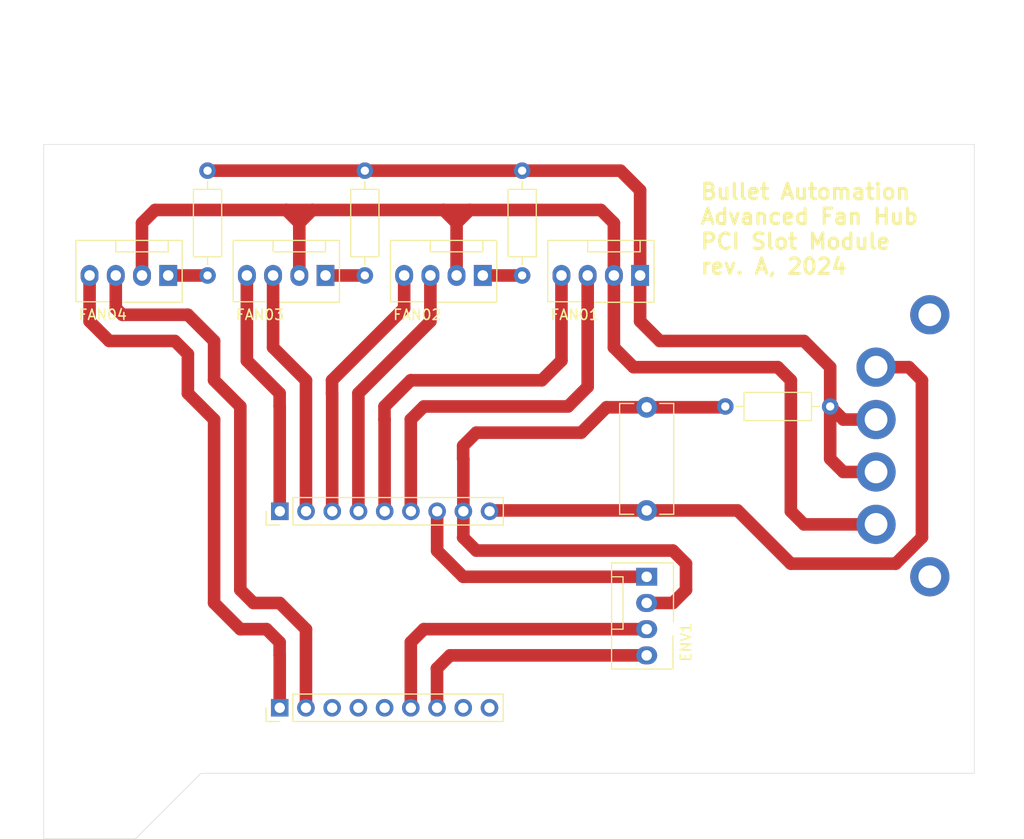
<source format=kicad_pcb>
(kicad_pcb (version 20240108) (generator "pcbnew") (generator_version "8.0")
  (layers (0 "F.Cu" signal) (31 "B.Cu" signal) (34 "B.Paste" user) (35 "F.Paste" user) (36 "B.SilkS" user "B.Silkscreen") (37 "F.SilkS" user "F.Silkscreen") (38 "B.Mask" user) (39 "F.Mask" user) (44 "Edge.Cuts" user))
  (net 0 "")
  (net 1 "GND")
  (net 2 "5V")
  (net 3 "12V")
  (net 4 "PWM1")
  (net 5 "PWM2")
  (net 6 "PWM3")
  (net 7 "PWM4")
  (net 8 "TACHO1")
  (net 9 "TACHO2")
  (net 10 "TACHO3")
  (net 11 "TACHO4")
  (net 12 "3V3")
  (net 13 "SCL_1")
  (net 14 "SDA_1")
  (footprint "Connector_PinHeader_2.54mm:PinHeader_1x09_P2.54mm_Vertical" (layer "F.Cu") (at 127.02 87.63 90)
    (property "Reference" "ESP32_A" (hide yes))
    (property "Value" "HA")
    (fp_line (start -1.33 -1.33) (end 0 -1.33) (stroke (width 0.12)) (layer "F.SilkS"))
    (fp_line (start -1.33 0) (end -1.33 -1.33) (stroke (width 0.12)) (layer "F.SilkS"))
    (fp_line (start 1.33 1.27) (end 1.33 21.65) (stroke (width 0.12)) (layer "F.SilkS"))
    (fp_line (start -1.33 1.27) (end 1.33 1.27) (stroke (width 0.12)) (layer "F.SilkS"))
    (fp_line (start -1.33 1.27) (end -1.33 21.65) (stroke (width 0.12)) (layer "F.SilkS"))
    (fp_line (start -1.33 21.65) (end 1.33 21.65) (stroke (width 0.12)) (layer "F.SilkS"))
    (pad "1" thru_hole oval (at 0 12.7 90) (size 1.7 1.7) (drill 1) (layers "*.Cu" "*.Mask") (net 8 "TACHO1"))
    (pad "2" thru_hole oval (at 0 10.16 90) (size 1.7 1.7) (drill 1) (layers "*.Cu" "*.Mask") (net 4 "PWM1"))
    (pad "3" thru_hole oval (at 0 7.62 90) (size 1.7 1.7) (drill 1) (layers "*.Cu" "*.Mask") (net 9 "TACHO2"))
    (pad "3V3" thru_hole oval (at 0 15.24 90) (size 1.7 1.7) (drill 1) (layers "*.Cu" "*.Mask") (net 12 "3V3"))
    (pad "4" thru_hole oval (at 0 5.08 90) (size 1.7 1.7) (drill 1) (layers "*.Cu" "*.Mask") (net 5 "PWM2"))
    (pad "5" thru_hole oval (at 0 2.54 90) (size 1.7 1.7) (drill 1) (layers "*.Cu" "*.Mask") (net 10 "TACHO3"))
    (pad "5V" thru_hole oval (at 0 20.32 90) (size 1.7 1.7) (drill 1) (layers "*.Cu" "*.Mask") (net 2 "5V"))
    (pad "6" thru_hole rect (at 0 0 90) (size 1.7 1.7) (drill 1) (layers "*.Cu" "*.Mask") (net 6 "PWM3"))
    (pad "GND" thru_hole oval (at 0 17.78 90) (size 1.7 1.7) (drill 1) (layers "*.Cu" "*.Mask") (net 1 "GND"))
  )
  (footprint "Resistor_THT:R_Axial_DIN0207_L6.3mm_D2.5mm_P10.16mm_Horizontal" (layer "F.Cu") (at 135.255 54.61 -90)
    (property "Reference" "REF**" (hide yes))
    (property "Value" "R_Axial_DIN0207_L6.3mm_D2.5mm_P10.16mm_Horizontal")
    (fp_line (start 1.81 1.37) (end 8.35 1.37) (stroke (width 0.12)) (layer "F.SilkS"))
    (fp_line (start 8.35 1.37) (end 8.35 -1.37) (stroke (width 0.12)) (layer "F.SilkS"))
    (fp_line (start 1.04 0) (end 1.81 0) (stroke (width 0.12)) (layer "F.SilkS"))
    (fp_line (start 9.12 0) (end 8.35 0) (stroke (width 0.12)) (layer "F.SilkS"))
    (fp_line (start 1.81 -1.37) (end 1.81 1.37) (stroke (width 0.12)) (layer "F.SilkS"))
    (fp_line (start 8.35 -1.37) (end 1.81 -1.37) (stroke (width 0.12)) (layer "F.SilkS"))
    (pad "1" thru_hole circle (at 0 0 270) (size 1.6 1.6) (drill 0.8) (layers "*.Cu" "*.Mask") (net 1 "GND"))
    (pad "2" thru_hole oval (at 10.16 0 270) (size 1.6 1.6) (drill 0.8) (layers "*.Cu" "*.Mask") (net 1 "GND"))
  )
  (footprint "" (layer "F.Cu") (at 184.785 88.9)
    (property "Reference" "" (hide yes))
    (property "Value" "")
    (pad "1" thru_hole circle (at 0 0) (size 3.8 3.8) (drill 2.2) (layers "*.Cu" "*.Mask") (net 3 "12V"))
  )
  (footprint "Resistor_THT:R_Axial_DIN0207_L6.3mm_D2.5mm_P10.16mm_Horizontal" (layer "F.Cu") (at 180.34 77.47 180)
    (property "Reference" "REF**" (hide yes))
    (property "Value" "R_Axial_DIN0207_L6.3mm_D2.5mm_P10.16mm_Horizontal")
    (fp_line (start 9.12 0) (end 8.35 0) (stroke (width 0.12)) (layer "F.SilkS"))
    (fp_line (start 8.35 1.37) (end 8.35 -1.37) (stroke (width 0.12)) (layer "F.SilkS"))
    (fp_line (start 8.35 -1.37) (end 1.81 -1.37) (stroke (width 0.12)) (layer "F.SilkS"))
    (fp_line (start 1.81 1.37) (end 8.35 1.37) (stroke (width 0.12)) (layer "F.SilkS"))
    (fp_line (start 1.81 -1.37) (end 1.81 1.37) (stroke (width 0.12)) (layer "F.SilkS"))
    (fp_line (start 1.04 0) (end 1.81 0) (stroke (width 0.12)) (layer "F.SilkS"))
    (pad "1" thru_hole circle (at 0 0 180) (size 1.6 1.6) (drill 0.8) (layers "*.Cu" "*.Mask") (net 1 "GND"))
    (pad "2" thru_hole oval (at 10.16 0 180) (size 1.6 1.6) (drill 0.8) (layers "*.Cu" "*.Mask") (net 1 "GND"))
  )
  (footprint "Connector:FanPinHeader_1x04_P2.54mm_Vertical" (layer "F.Cu") (at 131.445 64.77 180)
    (property "Reference" "FAN03" (hide yes))
    (property "Value" "FAN_H3")
    (fp_line (start 8.95 3.4) (end -1.35 3.4) (stroke (width 0.12)) (layer "F.SilkS"))
    (fp_line (start 8.95 -2.55) (end 8.95 3.4) (stroke (width 0.12)) (layer "F.SilkS"))
    (fp_line (start 5.75 -2.55) (end 8.95 -2.55) (stroke (width 0.12)) (layer "F.SilkS"))
    (fp_line (start 5.08 2.29) (end 5.08 3.3) (stroke (width 0.12)) (layer "F.SilkS"))
    (fp_line (start 0 3.3) (end 0 2.29) (stroke (width 0.12)) (layer "F.SilkS"))
    (fp_line (start 0 2.29) (end 5.08 2.29) (stroke (width 0.12)) (layer "F.SilkS"))
    (fp_line (start -1.35 3.4) (end -1.35 -2.6) (stroke (width 0.12)) (layer "F.SilkS"))
    (fp_line (start -1.35 -2.6) (end 4.4 -2.6) (stroke (width 0.12)) (layer "F.SilkS"))
    (pad "1" thru_hole rect (at 0 0 270) (size 2.03 1.73) (drill 1.02) (layers "*.Cu" "*.Mask") (net 1 "GND"))
    (pad "2" thru_hole oval (at 2.54 0 270) (size 2.03 1.73) (drill 1.02) (layers "*.Cu" "*.Mask") (net 3 "12V"))
    (pad "3" thru_hole oval (at 5.08 0 270) (size 2.03 1.73) (drill 1.02) (layers "*.Cu" "*.Mask") (net 10 "TACHO3"))
    (pad "4" thru_hole oval (at 7.62 0 270) (size 2.03 1.73) (drill 1.02) (layers "*.Cu" "*.Mask") (net 6 "PWM3"))
  )
  (footprint "Capacitor_THT:C_Disc_D10.5mm_W5.0mm_P10.00mm" (layer "F.Cu") (at 162.56 87.55 90)
    (property "Reference" "Ce" (hide yes))
    (property "Value" "C_Disc_D10.5mm_W5.0mm_P10.00mm")
    (fp_line (start 10.37 -2.62) (end 10.37 -1.256) (stroke (width 0.12)) (layer "F.SilkS"))
    (fp_line (start -0.37 -2.62) (end 10.37 -2.62) (stroke (width 0.12)) (layer "F.SilkS"))
    (fp_line (start -0.37 -2.62) (end -0.37 -1.256) (stroke (width 0.12)) (layer "F.SilkS"))
    (fp_line (start 10.37 1.256) (end 10.37 2.62) (stroke (width 0.12)) (layer "F.SilkS"))
    (fp_line (start -0.37 1.256) (end -0.37 2.62) (stroke (width 0.12)) (layer "F.SilkS"))
    (fp_line (start -0.37 2.62) (end 10.37 2.62) (stroke (width 0.12)) (layer "F.SilkS"))
    (pad "1" thru_hole circle (at 0 0 90) (size 2 2) (drill 1) (layers "*.Cu" "*.Mask") (net 2 "5V"))
    (pad "2" thru_hole circle (at 10 0 90) (size 2 2) (drill 1) (layers "*.Cu" "*.Mask") (net 1 "GND"))
  )
  (footprint "" (layer "F.Cu") (at 189.992 93.98)
    (property "Reference" "" (at 0 0 0) (layer "F.SilkS") (effects (font (size 1.27 1.27))))
    (property "Value" "")
    (pad "MNT" thru_hole circle (at 0 0) (size 3.8 3.8) (drill 2.2) (layers "*.Cu" "*.Mask"))
  )
  (footprint "" (layer "F.Cu") (at 107.95 114.3)
    (property "Reference" "" (at 0 -2.54 0) (layer "F.SilkS") (effects (font (size 1.27 1.27))))
    (property "Value" "")
    (pad "" np_thru_hole circle (at 0 0) (size 2.5 2.5) (drill 2.5) (layers "*.Cu" "*.Mask"))
  )
  (footprint "Connector_PinHeader_2.54mm:PinHeader_1x09_P2.54mm_Vertical" (layer "F.Cu") (at 127.01 106.68 90)
    (property "Reference" "ESP32_B" (hide yes))
    (property "Value" "HB")
    (fp_line (start -1.33 -1.33) (end 0 -1.33) (stroke (width 0.12)) (layer "F.SilkS"))
    (fp_line (start -1.33 0) (end -1.33 -1.33) (stroke (width 0.12)) (layer "F.SilkS"))
    (fp_line (start 1.33 1.27) (end 1.33 21.65) (stroke (width 0.12)) (layer "F.SilkS"))
    (fp_line (start -1.33 1.27) (end 1.33 1.27) (stroke (width 0.12)) (layer "F.SilkS"))
    (fp_line (start -1.33 1.27) (end -1.33 21.65) (stroke (width 0.12)) (layer "F.SilkS"))
    (fp_line (start -1.33 21.65) (end 1.33 21.65) (stroke (width 0.12)) (layer "F.SilkS"))
    (pad "7" thru_hole rect (at 0 0 90) (size 1.7 1.7) (drill 1) (layers "*.Cu" "*.Mask") (net 7 "PWM4"))
    (pad "8" thru_hole oval (at 0 2.54 90) (size 1.7 1.7) (drill 1) (layers "*.Cu" "*.Mask") (net 11 "TACHO4"))
    (pad "9" thru_hole oval (at 0 5.08 90) (size 1.7 1.7) (drill 1) (layers "*.Cu" "*.Mask"))
    (pad "10" thru_hole oval (at 0 7.62 90) (size 1.7 1.7) (drill 1) (layers "*.Cu" "*.Mask"))
    (pad "11" thru_hole oval (at 0 10.16 90) (size 1.7 1.7) (drill 1) (layers "*.Cu" "*.Mask"))
    (pad "12" thru_hole oval (at 0 12.7 90) (size 1.7 1.7) (drill 1) (layers "*.Cu" "*.Mask") (net 13 "SCL_1"))
    (pad "13" thru_hole oval (at 0 15.24 90) (size 1.7 1.7) (drill 1) (layers "*.Cu" "*.Mask") (net 14 "SDA_1"))
    (pad "RX" thru_hole oval (at 0 17.78 90) (size 1.7 1.7) (drill 1) (layers "*.Cu" "*.Mask"))
    (pad "TX" thru_hole oval (at 0 20.32 90) (size 1.7 1.7) (drill 1) (layers "*.Cu" "*.Mask"))
  )
  (footprint "" (layer "F.Cu") (at 184.785 73.66)
    (property "Reference" "" (hide yes))
    (property "Value" "")
    (pad "4" thru_hole circle (at 0 0) (size 3.8 3.8) (drill 2.2) (layers "*.Cu" "*.Mask") (net 2 "5V"))
  )
  (footprint "Resistor_THT:R_Axial_DIN0207_L6.3mm_D2.5mm_P10.16mm_Horizontal" (layer "F.Cu") (at 150.495 54.61 -90)
    (property "Reference" "REF**" (hide yes))
    (property "Value" "R_Axial_DIN0207_L6.3mm_D2.5mm_P10.16mm_Horizontal")
    (fp_line (start 1.81 1.37) (end 8.35 1.37) (stroke (width 0.12)) (layer "F.SilkS"))
    (fp_line (start 8.35 1.37) (end 8.35 -1.37) (stroke (width 0.12)) (layer "F.SilkS"))
    (fp_line (start 1.04 0) (end 1.81 0) (stroke (width 0.12)) (layer "F.SilkS"))
    (fp_line (start 9.12 0) (end 8.35 0) (stroke (width 0.12)) (layer "F.SilkS"))
    (fp_line (start 1.81 -1.37) (end 1.81 1.37) (stroke (width 0.12)) (layer "F.SilkS"))
    (fp_line (start 8.35 -1.37) (end 1.81 -1.37) (stroke (width 0.12)) (layer "F.SilkS"))
    (pad "1" thru_hole circle (at 0 0 270) (size 1.6 1.6) (drill 0.8) (layers "*.Cu" "*.Mask") (net 1 "GND"))
    (pad "2" thru_hole oval (at 10.16 0 270) (size 1.6 1.6) (drill 0.8) (layers "*.Cu" "*.Mask") (net 1 "GND"))
  )
  (footprint "" (layer "F.Cu") (at 189.992 68.58)
    (property "Reference" "" (at 0 0 0) (layer "F.SilkS") (effects (font (size 1.27 1.27))))
    (property "Value" "")
    (pad "MNT" thru_hole circle (at 0 0) (size 3.8 3.8) (drill 2.2) (layers "*.Cu" "*.Mask"))
  )
  (footprint "MountingHole:MountingHole_2.2mm_M2_DIN965_Pad" (layer "F.Cu") (at 184.785 83.82)
    (property "Reference" "ATX2" (hide yes))
    (property "Value" "MountingHole_2.2mm_M2_DIN965_Pad")
    (pad "2" thru_hole circle (at 0 0) (size 3.8 3.8) (drill 2.2) (layers "*.Cu" "*.Mask") (net 1 "GND"))
  )
  (footprint "Connector:FanPinHeader_1x04_P2.54mm_Vertical" (layer "F.Cu") (at 146.685 64.77 180)
    (property "Reference" "FAN02" (hide yes))
    (property "Value" "FAN_H2")
    (fp_line (start 8.95 3.4) (end -1.35 3.4) (stroke (width 0.12)) (layer "F.SilkS"))
    (fp_line (start 8.95 -2.55) (end 8.95 3.4) (stroke (width 0.12)) (layer "F.SilkS"))
    (fp_line (start 5.75 -2.55) (end 8.95 -2.55) (stroke (width 0.12)) (layer "F.SilkS"))
    (fp_line (start 5.08 2.29) (end 5.08 3.3) (stroke (width 0.12)) (layer "F.SilkS"))
    (fp_line (start 0 3.3) (end 0 2.29) (stroke (width 0.12)) (layer "F.SilkS"))
    (fp_line (start 0 2.29) (end 5.08 2.29) (stroke (width 0.12)) (layer "F.SilkS"))
    (fp_line (start -1.35 3.4) (end -1.35 -2.6) (stroke (width 0.12)) (layer "F.SilkS"))
    (fp_line (start -1.35 -2.6) (end 4.4 -2.6) (stroke (width 0.12)) (layer "F.SilkS"))
    (pad "1" thru_hole rect (at 0 0 270) (size 2.03 1.73) (drill 1.02) (layers "*.Cu" "*.Mask") (net 1 "GND"))
    (pad "2" thru_hole oval (at 2.54 0 270) (size 2.03 1.73) (drill 1.02) (layers "*.Cu" "*.Mask") (net 3 "12V"))
    (pad "3" thru_hole oval (at 5.08 0 270) (size 2.03 1.73) (drill 1.02) (layers "*.Cu" "*.Mask") (net 9 "TACHO2"))
    (pad "4" thru_hole oval (at 7.62 0 270) (size 2.03 1.73) (drill 1.02) (layers "*.Cu" "*.Mask") (net 5 "PWM2"))
  )
  (footprint "MountingHole:MountingHole_2.2mm_M2_DIN965_Pad" (layer "F.Cu") (at 184.785 78.74)
    (property "Reference" "ATX3" (hide yes))
    (property "Value" "MountingHole_2.2mm_M2_DIN965_Pad")
    (pad "3" thru_hole circle (at 0 0) (size 3.8 3.8) (drill 2.2) (layers "*.Cu" "*.Mask") (net 1 "GND"))
  )
  (footprint "Connector:FanPinHeader_1x04_P2.54mm_Vertical" (layer "F.Cu") (at 162.56 93.98 -90)
    (property "Reference" "ENV1" (at 6.35 -3.81 90) (layer "F.SilkS"))
    (property "Value" "FAN_H4")
    (fp_line (start -1.35 3.4) (end -1.35 -2.6) (stroke (width 0.12)) (layer "F.SilkS"))
    (fp_line (start 8.95 3.4) (end -1.35 3.4) (stroke (width 0.12)) (layer "F.SilkS"))
    (fp_line (start 0 3.3) (end 0 2.29) (stroke (width 0.12)) (layer "F.SilkS"))
    (fp_line (start 0 2.29) (end 5.08 2.29) (stroke (width 0.12)) (layer "F.SilkS"))
    (fp_line (start 5.08 2.29) (end 5.08 3.3) (stroke (width 0.12)) (layer "F.SilkS"))
    (fp_line (start 5.75 -2.55) (end 8.95 -2.55) (stroke (width 0.12)) (layer "F.SilkS"))
    (fp_line (start 8.95 -2.55) (end 8.95 3.4) (stroke (width 0.12)) (layer "F.SilkS"))
    (fp_line (start -1.35 -2.6) (end 4.4 -2.6) (stroke (width 0.12)) (layer "F.SilkS"))
    (pad "1" thru_hole rect (at 0 0) (size 2.03 1.73) (drill 1.02) (layers "*.Cu" "*.Mask") (net 12 "3V3"))
    (pad "2" thru_hole oval (at 2.54 0) (size 2.03 1.73) (drill 1.02) (layers "*.Cu" "*.Mask") (net 1 "GND"))
    (pad "3" thru_hole oval (at 5.08 0) (size 2.03 1.73) (drill 1.02) (layers "*.Cu" "*.Mask") (net 13 "SCL_1"))
    (pad "4" thru_hole oval (at 7.62 0) (size 2.03 1.73) (drill 1.02) (layers "*.Cu" "*.Mask") (net 14 "SDA_1"))
  )
  (footprint "Connector:FanPinHeader_1x04_P2.54mm_Vertical" (layer "F.Cu") (at 116.205 64.77 180)
    (property "Reference" "FAN04" (hide yes))
    (property "Value" "FAN_H4")
    (fp_line (start 8.95 3.4) (end -1.35 3.4) (stroke (width 0.12)) (layer "F.SilkS"))
    (fp_line (start 8.95 -2.55) (end 8.95 3.4) (stroke (width 0.12)) (layer "F.SilkS"))
    (fp_line (start 5.75 -2.55) (end 8.95 -2.55) (stroke (width 0.12)) (layer "F.SilkS"))
    (fp_line (start 5.08 2.29) (end 5.08 3.3) (stroke (width 0.12)) (layer "F.SilkS"))
    (fp_line (start 0 3.3) (end 0 2.29) (stroke (width 0.12)) (layer "F.SilkS"))
    (fp_line (start 0 2.29) (end 5.08 2.29) (stroke (width 0.12)) (layer "F.SilkS"))
    (fp_line (start -1.35 3.4) (end -1.35 -2.6) (stroke (width 0.12)) (layer "F.SilkS"))
    (fp_line (start -1.35 -2.6) (end 4.4 -2.6) (stroke (width 0.12)) (layer "F.SilkS"))
    (pad "1" thru_hole rect (at 0 0 270) (size 2.03 1.73) (drill 1.02) (layers "*.Cu" "*.Mask") (net 1 "GND"))
    (pad "2" thru_hole oval (at 2.54 0 270) (size 2.03 1.73) (drill 1.02) (layers "*.Cu" "*.Mask") (net 3 "12V"))
    (pad "3" thru_hole oval (at 5.08 0 270) (size 2.03 1.73) (drill 1.02) (layers "*.Cu" "*.Mask") (net 11 "TACHO4"))
    (pad "4" thru_hole oval (at 7.62 0 270) (size 2.03 1.73) (drill 1.02) (layers "*.Cu" "*.Mask") (net 7 "PWM4"))
  )
  (footprint "Connector:FanPinHeader_1x04_P2.54mm_Vertical" (layer "F.Cu") (at 161.925 64.77 180)
    (property "Reference" "FAN01" (hide yes))
    (property "Value" "FAN_H1")
    (fp_line (start 8.95 3.4) (end -1.35 3.4) (stroke (width 0.12)) (layer "F.SilkS"))
    (fp_line (start 8.95 -2.55) (end 8.95 3.4) (stroke (width 0.12)) (layer "F.SilkS"))
    (fp_line (start 5.75 -2.55) (end 8.95 -2.55) (stroke (width 0.12)) (layer "F.SilkS"))
    (fp_line (start 5.08 2.29) (end 5.08 3.3) (stroke (width 0.12)) (layer "F.SilkS"))
    (fp_line (start 0 3.3) (end 0 2.29) (stroke (width 0.12)) (layer "F.SilkS"))
    (fp_line (start 0 2.29) (end 5.08 2.29) (stroke (width 0.12)) (layer "F.SilkS"))
    (fp_line (start -1.35 3.4) (end -1.35 -2.6) (stroke (width 0.12)) (layer "F.SilkS"))
    (fp_line (start -1.35 -2.6) (end 4.4 -2.6) (stroke (width 0.12)) (layer "F.SilkS"))
    (pad "1" thru_hole rect (at 0 0 270) (size 2.03 1.73) (drill 1.02) (layers "*.Cu" "*.Mask") (net 1 "GND"))
    (pad "2" thru_hole oval (at 2.54 0 270) (size 2.03 1.73) (drill 1.02) (layers "*.Cu" "*.Mask") (net 3 "12V"))
    (pad "3" thru_hole oval (at 5.08 0 270) (size 2.03 1.73) (drill 1.02) (layers "*.Cu" "*.Mask") (net 8 "TACHO1"))
    (pad "4" thru_hole oval (at 7.62 0 270) (size 2.03 1.73) (drill 1.02) (layers "*.Cu" "*.Mask") (net 4 "PWM1"))
  )
  (footprint "Resistor_THT:R_Axial_DIN0207_L6.3mm_D2.5mm_P10.16mm_Horizontal" (layer "F.Cu") (at 120.015 54.61 -90)
    (property "Reference" "REF**" (hide yes))
    (property "Value" "R_Axial_DIN0207_L6.3mm_D2.5mm_P10.16mm_Horizontal")
    (fp_line (start 1.81 1.37) (end 8.35 1.37) (stroke (width 0.12)) (layer "F.SilkS"))
    (fp_line (start 8.35 1.37) (end 8.35 -1.37) (stroke (width 0.12)) (layer "F.SilkS"))
    (fp_line (start 1.04 0) (end 1.81 0) (stroke (width 0.12)) (layer "F.SilkS"))
    (fp_line (start 9.12 0) (end 8.35 0) (stroke (width 0.12)) (layer "F.SilkS"))
    (fp_line (start 1.81 -1.37) (end 1.81 1.37) (stroke (width 0.12)) (layer "F.SilkS"))
    (fp_line (start 8.35 -1.37) (end 1.81 -1.37) (stroke (width 0.12)) (layer "F.SilkS"))
    (pad "1" thru_hole circle (at 0 0 270) (size 1.6 1.6) (drill 0.8) (layers "*.Cu" "*.Mask") (net 1 "GND"))
    (pad "2" thru_hole oval (at 10.16 0 270) (size 1.6 1.6) (drill 0.8) (layers "*.Cu" "*.Mask") (net 1 "GND"))
  )
  (footprint "MountingHole:MountingHole_2.5mm" (layer "F.Cu") (at 107.96 76.31)
    (property "Reference" "PCIe_MNT_TOP" (hide yes))
    (property "Value" "MountingHole_2.5mm")
    (pad "" np_thru_hole circle (at 0 0) (size 2.5 2.5) (drill 2.5) (layers "*.Cu" "*.Mask"))
  )
  (gr_line (start 113.03 119.38) (end 104.14 119.38) (stroke (width 0.05)) (layer "Edge.Cuts"))
  (gr_line (start 119.38 113.03) (end 113.03 119.38) (stroke (width 0.05)) (layer "Edge.Cuts"))
  (gr_line (start 104.14 119.38) (end 104.14 52.07) (stroke (width 0.05)) (layer "Edge.Cuts"))
  (gr_line (start 194.31 52.07) (end 194.31 113.03) (stroke (width 0.05)) (layer "Edge.Cuts"))
  (gr_line (start 194.31 113.03) (end 119.38 113.03) (stroke (width 0.05)) (layer "Edge.Cuts"))
  (gr_line (start 104.14 52.07) (end 194.31 52.07) (stroke (width 0.05)) (layer "Edge.Cuts"))
  (gr_text "FAN04" (at 109.855 68.58 0) (layer "F.SilkS") (effects (font (size 1 1))))
  (gr_text "FAN01" (at 155.575 68.58 0) (layer "F.SilkS") (effects (font (size 1 1))))
  (gr_text "Bullet Automation\nAdvanced Fan Hub\nPCI Slot Module\nrev. A, 2024" (at 167.64 64.77 0) (layer "F.SilkS") (effects (font (size 1.5 1.5) (thickness 0.3) (bold yes)) (justify left bottom)))
  (gr_text "FAN02" (at 140.335 68.58 0) (layer "F.SilkS") (effects (font (size 1 1))))
  (gr_text "FAN03\n" (at 125.095 68.58 0) (layer "F.SilkS") (effects (font (size 1 1))))
  (segment (start 183.515 78.74) (end 183.435 78.66) (width 1.22) (layer "F.Cu") (net 1))
  (segment (start 135.255 54.61) (end 120.015 54.61) (width 1.22) (layer "F.Cu") (net 1))
  (segment (start 181.61 78.74) (end 180.34 77.47) (width 1.22) (layer "F.Cu") (net 1))
  (segment (start 177.8 71.12) (end 180.34 73.66) (width 1.22) (layer "F.Cu") (net 1))
  (segment (start 166.37 92.71) (end 166.37 95.25) (width 1.22) (layer "F.Cu") (net 1))
  (segment (start 184.785 83.82) (end 181.61 83.82) (width 1.22) (layer "F.Cu") (net 1))
  (segment (start 162.56 77.55) (end 170.1 77.55) (width 1.22) (layer "F.Cu") (net 1))
  (segment (start 120.015 64.77) (end 116.205 64.77) (width 1.22) (layer "F.Cu") (net 1))
  (segment (start 165.1 91.44) (end 166.37 92.71) (width 1.22) (layer "F.Cu") (net 1))
  (segment (start 166.37 95.25) (end 165.1 96.52) (width 1.22) (layer "F.Cu") (net 1))
  (segment (start 180.34 82.55) (end 180.34 77.47) (width 1.22) (layer "F.Cu") (net 1))
  (segment (start 162.56 77.55) (end 158.67 77.55) (width 1.22) (layer "F.Cu") (net 1))
  (segment (start 144.78 81.28) (end 144.78 82.55) (width 1.22) (layer "F.Cu") (net 1))
  (segment (start 161.925 56.515) (end 160.02 54.61) (width 1.22) (layer "F.Cu") (net 1))
  (segment (start 181.61 83.82) (end 180.34 82.55) (width 1.22) (layer "F.Cu") (net 1))
  (segment (start 150.495 54.61) (end 135.255 54.61) (width 1.22) (layer "F.Cu") (net 1))
  (segment (start 163.83 71.12) (end 177.8 71.12) (width 1.22) (layer "F.Cu") (net 1))
  (segment (start 165.1 91.44) (end 146.05 91.44) (width 1.22) (layer "F.Cu") (net 1))
  (segment (start 144.78 90.17) (end 144.8 90.15) (width 1.22) (layer "F.Cu") (net 1))
  (segment (start 184.785 78.74) (end 181.61 78.74) (width 1.22) (layer "F.Cu") (net 1))
  (segment (start 146.05 80.01) (end 144.78 81.28) (width 1.22) (layer "F.Cu") (net 1))
  (segment (start 144.78 82.55) (end 144.8 82.57) (width 1.22) (layer "F.Cu") (net 1))
  (segment (start 146.05 91.44) (end 144.78 90.17) (width 1.22) (layer "F.Cu") (net 1))
  (segment (start 135.255 64.77) (end 131.445 64.77) (width 1.22) (layer "F.Cu") (net 1))
  (segment (start 156.21 80.01) (end 146.05 80.01) (width 1.22) (layer "F.Cu") (net 1))
  (segment (start 161.925 64.77) (end 161.925 69.215) (width 1.22) (layer "F.Cu") (net 1))
  (segment (start 180.34 73.66) (end 180.34 77.47) (width 1.22) (layer "F.Cu") (net 1))
  (segment (start 150.495 64.77) (end 146.685 64.77) (width 1.22) (layer "F.Cu") (net 1))
  (segment (start 161.925 69.215) (end 163.83 71.12) (width 1.22) (layer "F.Cu") (net 1))
  (segment (start 170.1 77.55) (end 170.18 77.47) (width 1.22) (layer "F.Cu") (net 1))
  (segment (start 144.8 82.57) (end 144.8 87.63) (width 1.22) (layer "F.Cu") (net 1))
  (segment (start 165.1 96.52) (end 162.56 96.52) (width 1.22) (layer "F.Cu") (net 1))
  (segment (start 184.785 78.74) (end 183.515 78.74) (width 1.22) (layer "F.Cu") (net 1))
  (segment (start 160.02 54.61) (end 150.495 54.61) (width 1.22) (layer "F.Cu") (net 1))
  (segment (start 144.8 90.15) (end 144.8 87.63) (width 1.22) (layer "F.Cu") (net 1))
  (segment (start 158.67 77.55) (end 156.21 80.01) (width 1.22) (layer "F.Cu") (net 1))
  (segment (start 161.925 64.77) (end 161.925 56.515) (width 1.22) (layer "F.Cu") (net 1))
  (segment (start 162.56 87.55) (end 147.42 87.55) (width 1.22) (layer "F.Cu") (net 2))
  (segment (start 189.23 90.17) (end 186.69 92.71) (width 1.22) (layer "F.Cu") (net 2))
  (segment (start 189.23 74.93) (end 189.23 90.17) (width 1.22) (layer "F.Cu") (net 2))
  (segment (start 187.96 73.66) (end 189.23 74.93) (width 1.22) (layer "F.Cu") (net 2))
  (segment (start 162.56 87.55) (end 162.48 87.63) (width 1.22) (layer "F.Cu") (net 2))
  (segment (start 171.37 87.55) (end 162.56 87.55) (width 1.22) (layer "F.Cu") (net 2))
  (segment (start 184.785 73.66) (end 187.96 73.66) (width 1.22) (layer "F.Cu") (net 2))
  (segment (start 186.69 92.71) (end 176.53 92.71) (width 1.22) (layer "F.Cu") (net 2))
  (segment (start 147.42 87.55) (end 147.34 87.63) (width 1.22) (layer "F.Cu") (net 2))
  (segment (start 176.53 92.71) (end 171.37 87.55) (width 1.22) (layer "F.Cu") (net 2))
  (segment (start 128.905 59.69) (end 128.905 64.77) (width 1.22) (layer "F.Cu") (net 3))
  (segment (start 114.935 58.42) (end 113.665 59.69) (width 1.22) (layer "F.Cu") (net 3))
  (segment (start 176.53 74.93) (end 176.53 87.63) (width 1.22) (layer "F.Cu") (net 3))
  (segment (start 161.29 73.66) (end 159.385 71.755) (width 1.22) (layer "F.Cu") (net 3))
  (segment (start 130.175 58.42) (end 128.905 59.69) (width 1.22) (layer "F.Cu") (net 3))
  (segment (start 130.175 58.42) (end 127.635 58.42) (width 1.22) (layer "F.Cu") (net 3))
  (segment (start 176.53 87.63) (end 177.8 88.9) (width 1.22) (layer "F.Cu") (net 3))
  (segment (start 175.26 73.66) (end 161.29 73.66) (width 1.22) (layer "F.Cu") (net 3))
  (segment (start 145.415 58.42) (end 144.145 59.69) (width 1.22) (layer "F.Cu") (net 3))
  (segment (start 159.385 59.69) (end 158.115 58.42) (width 1.22) (layer "F.Cu") (net 3))
  (segment (start 175.26 73.66) (end 176.53 74.93) (width 1.22) (layer "F.Cu") (net 3))
  (segment (start 127.635 58.42) (end 114.935 58.42) (width 1.22) (layer "F.Cu") (net 3))
  (segment (start 113.665 59.69) (end 113.665 64.77) (width 1.22) (layer "F.Cu") (net 3))
  (segment (start 144.145 59.69) (end 144.145 64.77) (width 1.22) (layer "F.Cu") (net 3))
  (segment (start 128.905 59.69) (end 127.635 58.42) (width 1.22) (layer "F.Cu") (net 3))
  (segment (start 144.145 59.69) (end 142.875 58.42) (width 1.22) (layer "F.Cu") (net 3))
  (segment (start 177.8 88.9) (end 184.785 88.9) (width 1.22) (layer "F.Cu") (net 3))
  (segment (start 159.385 71.755) (end 159.385 64.77) (width 1.22) (layer "F.Cu") (net 3))
  (segment (start 142.875 58.42) (end 130.175 58.42) (width 1.22) (layer "F.Cu") (net 3))
  (segment (start 158.115 58.42) (end 145.415 58.42) (width 1.22) (layer "F.Cu") (net 3))
  (segment (start 145.415 58.42) (end 142.875 58.42) (width 1.22) (layer "F.Cu") (net 3))
  (segment (start 159.385 64.77) (end 159.385 59.69) (width 1.22) (layer "F.Cu") (net 3))
  (segment (start 139.7 74.93) (end 137.16 77.47) (width 1.22) (layer "F.Cu") (net 4))
  (segment (start 137.16 77.47) (end 137.16 78.74) (width 1.22) (layer "F.Cu") (net 4))
  (segment (start 137.17 87.62) (end 137.18 87.63) (width 1.22) (layer "F.Cu") (net 4))
  (segment (start 137.17 78.75) (end 137.17 87.62) (width 1.22) (layer "F.Cu") (net 4))
  (segment (start 137.16 78.74) (end 137.17 78.75) (width 1.22) (layer "F.Cu") (net 4))
  (segment (start 154.305 64.77) (end 154.305 73.025) (width 1.22) (layer "F.Cu") (net 4))
  (segment (start 152.4 74.93) (end 139.7 74.93) (width 1.22) (layer "F.Cu") (net 4))
  (segment (start 154.305 73.025) (end 152.4 74.93) (width 1.22) (layer "F.Cu") (net 4))
  (segment (start 132.09 87.62) (end 132.1 87.63) (width 1.22) (layer "F.Cu") (net 5))
  (segment (start 132.08 74.93) (end 132.08 76.2) (width 1.22) (layer "F.Cu") (net 5))
  (segment (start 139.065 64.77) (end 139.065 67.945) (width 1.22) (layer "F.Cu") (net 5))
  (segment (start 132.09 76.21) (end 132.09 87.62) (width 1.22) (layer "F.Cu") (net 5))
  (segment (start 132.08 76.2) (end 132.09 76.21) (width 1.22) (layer "F.Cu") (net 5))
  (segment (start 139.065 67.945) (end 132.08 74.93) (width 1.22) (layer "F.Cu") (net 5))
  (segment (start 127 77.47) (end 127.01 77.48) (width 1.22) (layer "F.Cu") (net 6))
  (segment (start 123.825 64.77) (end 123.825 73.025) (width 1.22) (layer "F.Cu") (net 6))
  (segment (start 127 76.2) (end 127 77.47) (width 1.22) (layer "F.Cu") (net 6))
  (segment (start 123.825 73.025) (end 127 76.2) (width 1.22) (layer "F.Cu") (net 6))
  (segment (start 127.01 77.48) (end 127.01 87.62) (width 1.22) (layer "F.Cu") (net 6))
  (segment (start 127.01 87.62) (end 127.02 87.63) (width 1.22) (layer "F.Cu") (net 6))
  (segment (start 118.11 72.39) (end 118.11 76.2) (width 1.22) (layer "F.Cu") (net 7))
  (segment (start 116.84 71.12) (end 118.11 72.39) (width 1.22) (layer "F.Cu") (net 7))
  (segment (start 118.11 76.2) (end 120.65 78.74) (width 1.22) (layer "F.Cu") (net 7))
  (segment (start 127.01 101.61) (end 127.01 106.68) (width 1.22) (layer "F.Cu") (net 7))
  (segment (start 110.49 71.12) (end 116.84 71.12) (width 1.22) (layer "F.Cu") (net 7))
  (segment (start 127 101.6) (end 127.01 101.61) (width 1.22) (layer "F.Cu") (net 7))
  (segment (start 123.19 99.06) (end 125.73 99.06) (width 1.22) (layer "F.Cu") (net 7))
  (segment (start 108.585 64.77) (end 108.585 69.215) (width 1.22) (layer "F.Cu") (net 7))
  (segment (start 120.65 78.74) (end 120.65 96.52) (width 1.22) (layer "F.Cu") (net 7))
  (segment (start 108.585 69.215) (end 110.49 71.12) (width 1.22) (layer "F.Cu") (net 7))
  (segment (start 120.65 96.52) (end 123.19 99.06) (width 1.22) (layer "F.Cu") (net 7))
  (segment (start 127 100.33) (end 127 101.6) (width 1.22) (layer "F.Cu") (net 7))
  (segment (start 125.73 99.06) (end 127 100.33) (width 1.22) (layer "F.Cu") (net 7))
  (segment (start 139.7 78.74) (end 139.71 78.75) (width 1.22) (layer "F.Cu") (net 8))
  (segment (start 156.845 75.565) (end 154.94 77.47) (width 1.22) (layer "F.Cu") (net 8))
  (segment (start 139.71 87.62) (end 139.72 87.63) (width 1.22) (layer "F.Cu") (net 8))
  (segment (start 139.71 78.75) (end 139.71 87.62) (width 1.22) (layer "F.Cu") (net 8))
  (segment (start 140.97 77.47) (end 139.7 78.74) (width 1.22) (layer "F.Cu") (net 8))
  (segment (start 156.845 64.77) (end 156.845 75.565) (width 1.22) (layer "F.Cu") (net 8))
  (segment (start 154.94 77.47) (end 140.97 77.47) (width 1.22) (layer "F.Cu") (net 8))
  (segment (start 134.63 87.62) (end 134.63 76.19) (width 1.22) (layer "F.Cu") (net 9))
  (segment (start 134.63 76.19) (end 141.605 69.215) (width 1.22) (layer "F.Cu") (net 9))
  (segment (start 134.64 87.63) (end 134.63 87.62) (width 1.22) (layer "F.Cu") (net 9))
  (segment (start 141.605 69.215) (end 141.605 64.77) (width 1.22) (layer "F.Cu") (net 9))
  (segment (start 126.365 71.755) (end 129.55 74.94) (width 1.22) (layer "F.Cu") (net 10))
  (segment (start 129.55 87.62) (end 129.56 87.63) (width 1.22) (layer "F.Cu") (net 10))
  (segment (start 126.365 64.77) (end 126.365 71.755) (width 1.22) (layer "F.Cu") (net 10))
  (segment (start 129.55 74.94) (end 129.55 87.62) (width 1.22) (layer "F.Cu") (net 10))
  (segment (start 120.65 71.12) (end 118.11 68.58) (width 1.22) (layer "F.Cu") (net 11))
  (segment (start 129.55 99.07) (end 127 96.52) (width 1.22) (layer "F.Cu") (net 11))
  (segment (start 123.19 77.47) (end 120.65 74.93) (width 1.22) (layer "F.Cu") (net 11))
  (segment (start 129.55 106.68) (end 129.55 99.07) (width 1.22) (layer "F.Cu") (net 11))
  (segment (start 118.11 68.58) (end 111.76 68.58) (width 1.22) (layer "F.Cu") (net 11))
  (segment (start 111.125 67.945) (end 111.125 64.77) (width 1.22) (layer "F.Cu") (net 11))
  (segment (start 123.19 95.25) (end 123.19 77.47) (width 1.22) (layer "F.Cu") (net 11))
  (segment (start 127 96.52) (end 124.46 96.52) (width 1.22) (layer "F.Cu") (net 11))
  (segment (start 120.65 74.93) (end 120.65 71.12) (width 1.22) (layer "F.Cu") (net 11))
  (segment (start 111.76 68.58) (end 111.125 67.945) (width 1.22) (layer "F.Cu") (net 11))
  (segment (start 124.46 96.52) (end 123.19 95.25) (width 1.22) (layer "F.Cu") (net 11))
  (segment (start 144.78 93.98) (end 162.56 93.98) (width 1.22) (layer "F.Cu") (net 12))
  (segment (start 142.26 91.46) (end 144.78 93.98) (width 1.22) (layer "F.Cu") (net 12))
  (segment (start 142.26 87.63) (end 142.26 91.46) (width 1.22) (layer "F.Cu") (net 12))
  (segment (start 139.71 100.32) (end 140.97 99.06) (width 1.22) (layer "F.Cu") (net 13))
  (segment (start 139.71 106.68) (end 139.71 100.32) (width 1.22) (layer "F.Cu") (net 13))
  (segment (start 162.56 99.06) (end 140.97 99.06) (width 1.22) (layer "F.Cu") (net 13))
  (segment (start 162.56 101.6) (end 143.51 101.6) (width 1.22) (layer "F.Cu") (net 14))
  (segment (start 143.51 101.6) (end 142.24 102.87) (width 1.22) (layer "F.Cu") (net 14))
  (segment (start 142.24 102.87) (end 142.25 102.88) (width 1.22) (layer "F.Cu") (net 14))
  (segment (start 142.25 102.88) (end 142.25 106.68) (width 1.22) (layer "F.Cu") (net 14))
)
</source>
